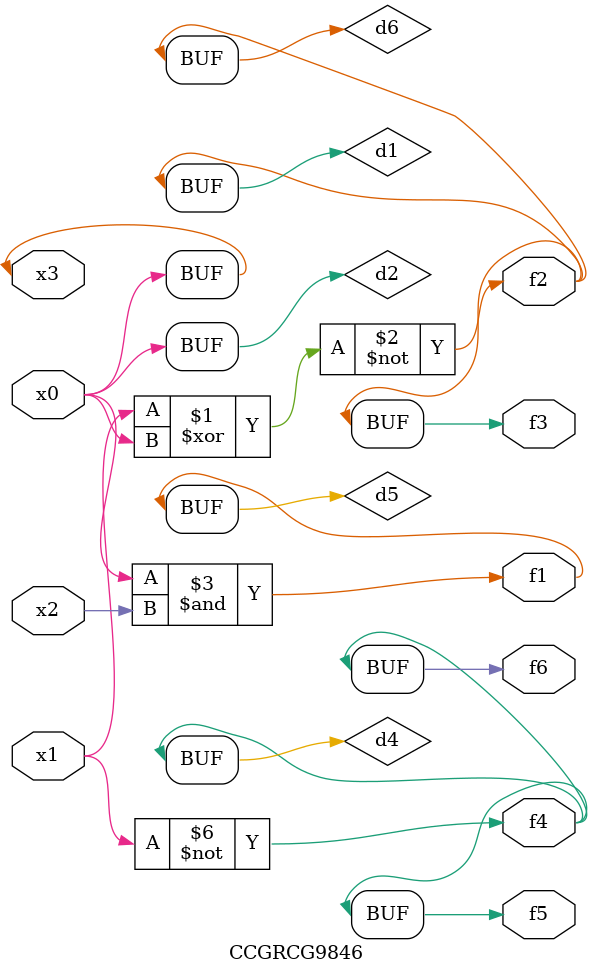
<source format=v>
module CCGRCG9846(
	input x0, x1, x2, x3,
	output f1, f2, f3, f4, f5, f6
);

	wire d1, d2, d3, d4, d5, d6;

	xnor (d1, x1, x3);
	buf (d2, x0, x3);
	nand (d3, x0, x2);
	not (d4, x1);
	nand (d5, d3);
	or (d6, d1);
	assign f1 = d5;
	assign f2 = d6;
	assign f3 = d6;
	assign f4 = d4;
	assign f5 = d4;
	assign f6 = d4;
endmodule

</source>
